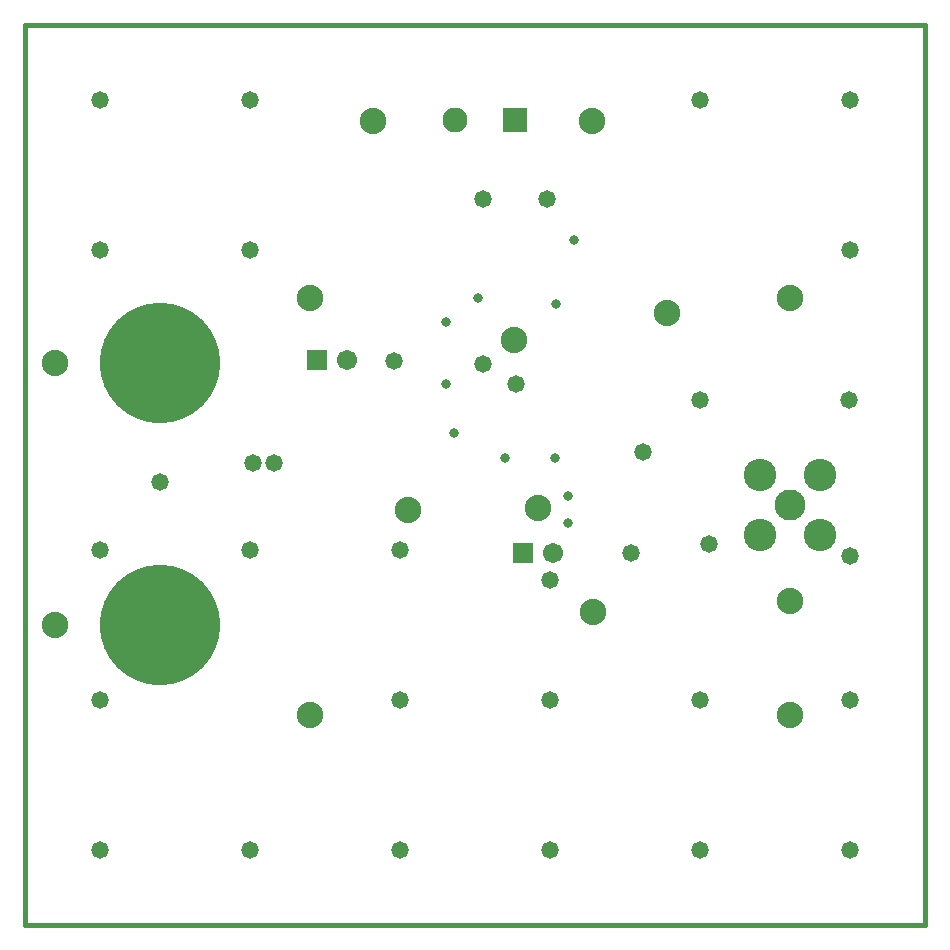
<source format=gbs>
%FSLAX24Y24*%
%MOIN*%
G70*
G01*
G75*
G04 Layer_Color=16711935*
%ADD10R,0.0394X0.0374*%
%ADD11R,0.0374X0.0394*%
%ADD12R,0.1299X0.0945*%
%ADD13R,0.0394X0.0945*%
%ADD14R,0.0965X0.1004*%
%ADD15O,0.0236X0.0748*%
%ADD16R,0.0591X0.0236*%
%ADD17C,0.0450*%
%ADD18C,0.0250*%
%ADD19C,0.0500*%
%ADD20C,0.1000*%
%ADD21C,0.0200*%
%ADD22C,0.0800*%
%ADD23C,0.3937*%
%ADD24R,0.0750X0.0750*%
%ADD25C,0.0748*%
%ADD26C,0.0591*%
%ADD27R,0.0591X0.0591*%
%ADD28C,0.0950*%
%ADD29C,0.1000*%
%ADD30C,0.0500*%
%ADD31C,0.0250*%
%ADD32C,0.0070*%
%ADD33C,0.0098*%
%ADD34C,0.0098*%
%ADD35C,0.0079*%
%ADD36C,0.0150*%
%ADD37C,0.0100*%
%ADD38R,0.0474X0.0454*%
%ADD39R,0.0454X0.0474*%
%ADD40R,0.1379X0.1025*%
%ADD41R,0.0474X0.1025*%
%ADD42R,0.1045X0.1084*%
%ADD43O,0.0316X0.0828*%
%ADD44R,0.0671X0.0316*%
%ADD45C,0.0880*%
%ADD46C,0.4017*%
%ADD47R,0.0830X0.0830*%
%ADD48C,0.0828*%
%ADD49C,0.0671*%
%ADD50R,0.0671X0.0671*%
%ADD51C,0.1030*%
%ADD52C,0.1080*%
%ADD53C,0.0580*%
%ADD54C,0.0330*%
D36*
X0Y30000D02*
X30000D01*
Y0D02*
Y30000D01*
X0Y0D02*
X30000D01*
X0D02*
Y30000D01*
D45*
X12770Y13840D02*
D03*
X17100Y13900D02*
D03*
X25500Y10800D02*
D03*
X21400Y20400D02*
D03*
X1000Y10000D02*
D03*
Y18750D02*
D03*
X18935Y10440D02*
D03*
X16300Y19500D02*
D03*
X18915Y26800D02*
D03*
X25500Y7000D02*
D03*
X9500Y7001D02*
D03*
Y20899D02*
D03*
X25500D02*
D03*
X11600Y26800D02*
D03*
D46*
X4500Y10000D02*
D03*
Y18750D02*
D03*
D47*
X16330Y26821D02*
D03*
D48*
X14330D02*
D03*
D49*
X10750Y18837D02*
D03*
X17600Y12400D02*
D03*
D50*
X9750Y18837D02*
D03*
X16600Y12400D02*
D03*
D51*
X25500Y14000D02*
D03*
D52*
X24500Y15000D02*
D03*
X26500D02*
D03*
Y13000D02*
D03*
X24500D02*
D03*
D53*
X16380Y18030D02*
D03*
X12300Y18800D02*
D03*
X15270Y18700D02*
D03*
X17400Y24200D02*
D03*
X27480Y17500D02*
D03*
X12510Y12500D02*
D03*
X15270Y24200D02*
D03*
X2500Y27500D02*
D03*
X7500D02*
D03*
X22490D02*
D03*
X27500D02*
D03*
X2500Y22500D02*
D03*
X7500D02*
D03*
X27500D02*
D03*
X22490Y17500D02*
D03*
X2500Y12500D02*
D03*
X7500D02*
D03*
X17515Y11500D02*
D03*
X22800Y12700D02*
D03*
X2500Y7500D02*
D03*
X12500D02*
D03*
X17500D02*
D03*
X22490D02*
D03*
X27500D02*
D03*
Y2500D02*
D03*
X22490D02*
D03*
X17500D02*
D03*
X12500D02*
D03*
X7500D02*
D03*
X2500D02*
D03*
X4500Y14784D02*
D03*
X7600Y15400D02*
D03*
X8300D02*
D03*
X20600Y15775D02*
D03*
X27500Y12300D02*
D03*
X20200Y12400D02*
D03*
D54*
X14300Y16400D02*
D03*
X14050Y18050D02*
D03*
Y20100D02*
D03*
X17700Y20700D02*
D03*
X15101Y20899D02*
D03*
X18100Y14315D02*
D03*
X18293Y22847D02*
D03*
X18100Y13400D02*
D03*
X17677Y15570D02*
D03*
X16010Y15580D02*
D03*
M02*

</source>
